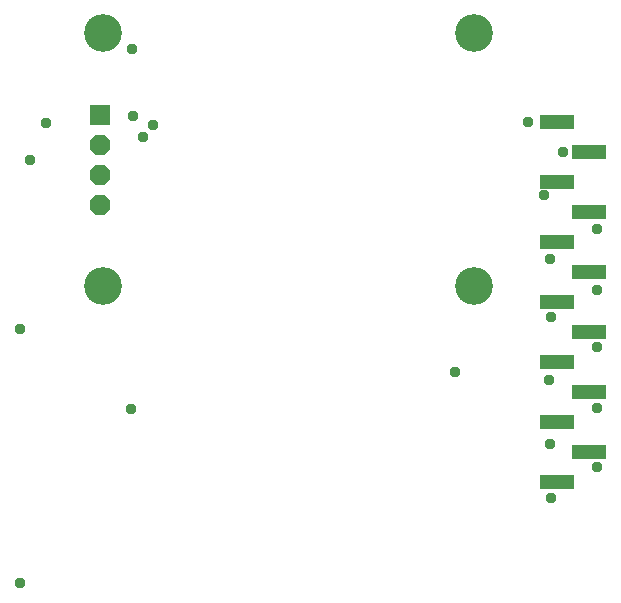
<source format=gbr>
G04 EAGLE Gerber RS-274X export*
G75*
%MOMM*%
%FSLAX34Y34*%
%LPD*%
%INSoldermask Bottom*%
%IPPOS*%
%AMOC8*
5,1,8,0,0,1.08239X$1,22.5*%
G01*
%ADD10C,3.203200*%
%ADD11R,1.727200X1.727200*%
%ADD12P,1.869504X8X292.500000*%
%ADD13R,2.903200X1.223200*%
%ADD14C,0.959600*%


D10*
X352005Y747325D03*
X352005Y533325D03*
X666005Y533325D03*
D11*
X349005Y678425D03*
D12*
X349005Y653025D03*
X349005Y627625D03*
X349005Y602225D03*
D10*
X666005Y747325D03*
D13*
X736500Y621600D03*
X736500Y570800D03*
X763500Y596200D03*
X763500Y545400D03*
X763500Y647000D03*
X736500Y672400D03*
X736500Y469200D03*
X736500Y418400D03*
X763500Y443800D03*
X763500Y393000D03*
X763500Y494600D03*
X736500Y520000D03*
X736500Y367600D03*
D14*
X649850Y460493D03*
X741000Y647000D03*
X376000Y429000D03*
X377000Y677000D03*
X376500Y734500D03*
X712000Y672000D03*
X725492Y610592D03*
X730859Y354297D03*
X770000Y380000D03*
X730000Y400000D03*
X770000Y430000D03*
X729138Y453896D03*
X770489Y481733D03*
X731119Y506775D03*
X770000Y530000D03*
X730478Y556650D03*
X769984Y581438D03*
X386000Y660000D03*
X304006Y671319D03*
X394000Y670000D03*
X290000Y640000D03*
X282000Y282000D03*
X282000Y497000D03*
M02*

</source>
